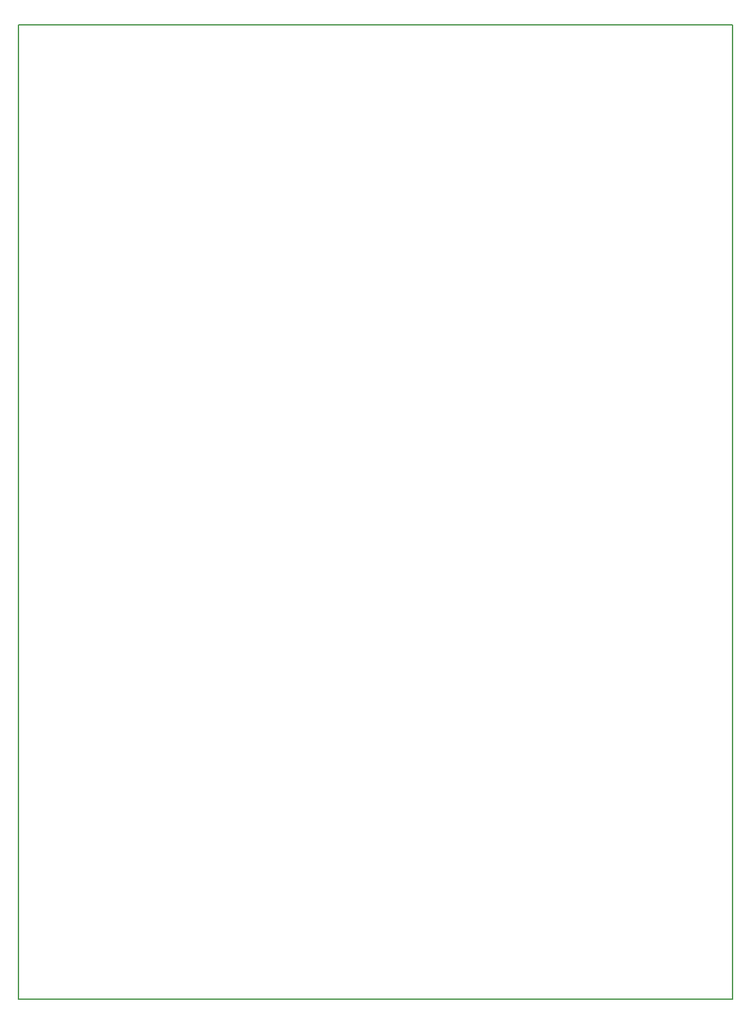
<source format=gbr>
%TF.GenerationSoftware,Altium Limited,Altium Designer,25.6.2 (33)*%
G04 Layer_Color=16711935*
%FSLAX45Y45*%
%MOMM*%
%TF.SameCoordinates,D625FAC1-649B-4139-A42B-0E7AE4161345*%
%TF.FilePolarity,Positive*%
%TF.FileFunction,Other,M1*%
%TF.Part,Single*%
G01*
G75*
%TA.AperFunction,NonConductor*%
%ADD41C,0.20000*%
D41*
X0Y0D02*
Y12941299D01*
X9499600Y0D02*
Y12941299D01*
X0Y0D02*
X9499600D01*
X0Y12941299D02*
X9499600D01*
%TF.MD5,4628b927a29b8c1bbc1b655982789f1e*%
M02*

</source>
